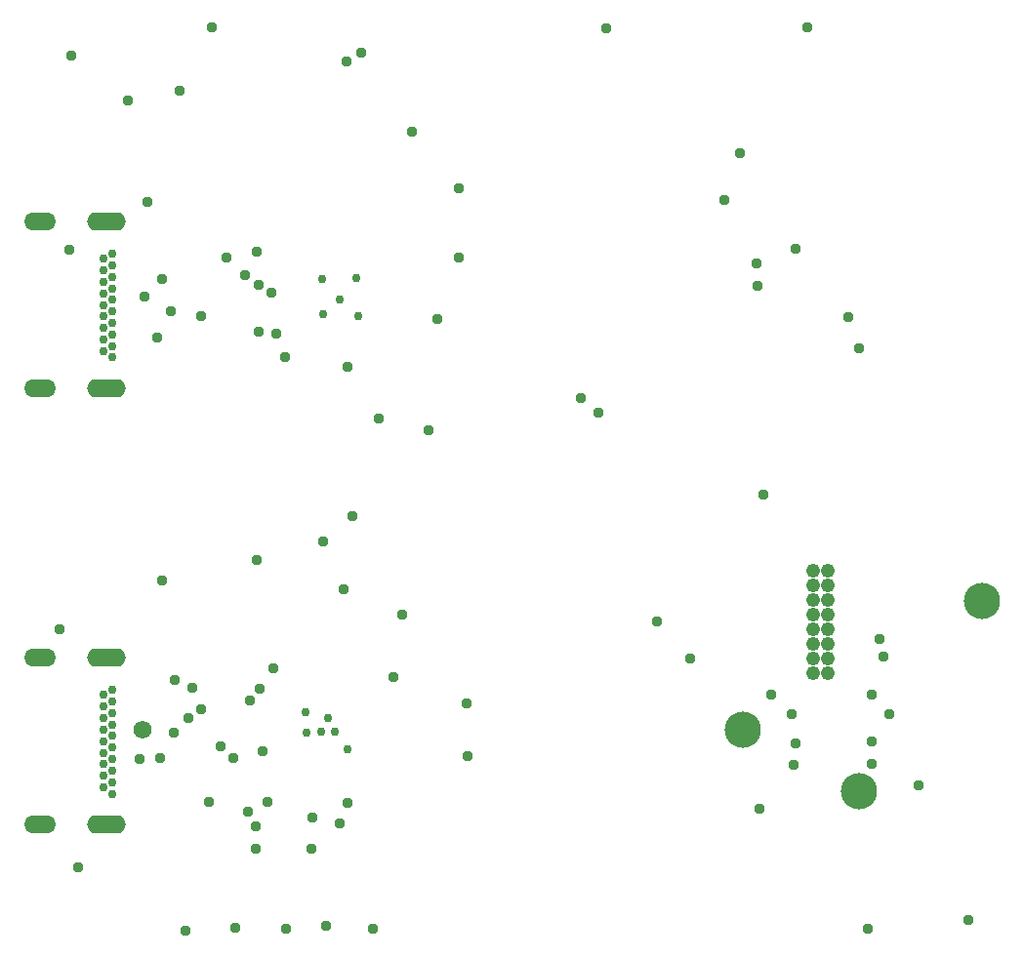
<source format=gbs>
G04 Layer_Color=16711935*
%FSLAX44Y44*%
%MOMM*%
G71*
G01*
G75*
%ADD54C,1.2192*%
%ADD55C,3.1496*%
%ADD56O,2.7508X1.5508*%
%ADD57O,3.3528X1.5748*%
%ADD58C,0.7508*%
%ADD59C,0.7508*%
%ADD60C,1.5748*%
%ADD61C,0.9508*%
D54*
X1369060Y698500D02*
D03*
Y685800D02*
D03*
Y673100D02*
D03*
Y660400D02*
D03*
Y647700D02*
D03*
Y635000D02*
D03*
Y622300D02*
D03*
Y609600D02*
D03*
X1381760Y698500D02*
D03*
Y685800D02*
D03*
Y673100D02*
D03*
Y660400D02*
D03*
Y647700D02*
D03*
Y635000D02*
D03*
Y622300D02*
D03*
Y609600D02*
D03*
D55*
X1515110Y672600D02*
D03*
X1408430Y506730D02*
D03*
X1308100Y560070D02*
D03*
D56*
X698500Y1001660D02*
D03*
Y856660D02*
D03*
X698500Y623050D02*
D03*
Y478050D02*
D03*
D57*
X755650Y1001660D02*
D03*
Y856660D02*
D03*
X755650Y623050D02*
D03*
Y478050D02*
D03*
D58*
X753110Y969160D02*
D03*
Y959160D02*
D03*
Y949160D02*
D03*
Y939160D02*
D03*
Y929160D02*
D03*
Y919160D02*
D03*
Y909160D02*
D03*
X761110Y973572D02*
D03*
X761110Y963572D02*
D03*
X761110Y953572D02*
D03*
Y943572D02*
D03*
X761110Y933572D02*
D03*
X761110Y923572D02*
D03*
Y913572D02*
D03*
X753110Y590550D02*
D03*
Y580550D02*
D03*
Y570550D02*
D03*
Y560550D02*
D03*
Y550550D02*
D03*
Y540550D02*
D03*
Y530550D02*
D03*
X761110Y594962D02*
D03*
X761110Y584962D02*
D03*
X761110Y574962D02*
D03*
Y564962D02*
D03*
Y554962D02*
D03*
Y544962D02*
D03*
Y534962D02*
D03*
D59*
X753110Y899160D02*
D03*
X753110Y889160D02*
D03*
X761110Y903572D02*
D03*
X761110Y893572D02*
D03*
Y883572D02*
D03*
X753110Y520550D02*
D03*
Y510550D02*
D03*
X761110Y524962D02*
D03*
Y514962D02*
D03*
Y504962D02*
D03*
X943354Y951230D02*
D03*
X974090Y919480D02*
D03*
X972820Y952500D02*
D03*
X943610Y920750D02*
D03*
X958124Y934175D02*
D03*
X928370Y575310D02*
D03*
X948420Y570500D02*
D03*
X942340Y558800D02*
D03*
X929640Y557530D02*
D03*
X965200Y543560D02*
D03*
X954405Y558530D02*
D03*
D60*
X787400Y560070D02*
D03*
D61*
X899160Y939800D02*
D03*
X887730Y946150D02*
D03*
X886460Y975360D02*
D03*
X723900Y976630D02*
D03*
X838200Y919480D02*
D03*
X784860Y534670D02*
D03*
X889000Y595630D02*
D03*
X815340Y603250D02*
D03*
X934720Y483870D02*
D03*
X854710Y546100D02*
D03*
X866140Y535940D02*
D03*
X878840Y488950D02*
D03*
X880110Y585470D02*
D03*
X844550Y497840D02*
D03*
X895350D02*
D03*
X890960Y541902D02*
D03*
X802640Y535940D02*
D03*
X814070Y557530D02*
D03*
X826770Y570230D02*
D03*
X838200Y577850D02*
D03*
X885190Y457200D02*
D03*
Y476250D02*
D03*
X900430Y613410D02*
D03*
X715010Y647700D02*
D03*
X731520Y440690D02*
D03*
X946150Y389890D02*
D03*
X1068070Y582930D02*
D03*
X1069340Y537210D02*
D03*
X1004570Y605790D02*
D03*
X958183Y479393D02*
D03*
X965200Y496570D02*
D03*
X1460500Y511810D02*
D03*
X886492Y707422D02*
D03*
X1430020Y623570D02*
D03*
X1426210Y638810D02*
D03*
X1325880Y764540D02*
D03*
X986790Y387350D02*
D03*
X1416050D02*
D03*
X911860D02*
D03*
X824230Y386080D02*
D03*
X867410Y388620D02*
D03*
X933450Y457200D02*
D03*
X1322057Y491477D02*
D03*
X811530Y923290D02*
D03*
X902970Y904240D02*
D03*
X887730Y905735D02*
D03*
X910590Y883920D02*
D03*
X859790Y970280D02*
D03*
X1351915Y530225D02*
D03*
X1419860Y530860D02*
D03*
X1353820Y548640D02*
D03*
X1419860Y549910D02*
D03*
X1332230Y590550D02*
D03*
X1419860D02*
D03*
X1350010Y574040D02*
D03*
X1435100D02*
D03*
X1182370Y835660D02*
D03*
X1167130Y848360D02*
D03*
X1262380Y622300D02*
D03*
X1233170Y654050D02*
D03*
X1353820Y977900D02*
D03*
X1319711Y965200D02*
D03*
X1320678Y946028D02*
D03*
X1399083Y918848D02*
D03*
X1408303Y891667D02*
D03*
X1503680Y394970D02*
D03*
X847090Y1169670D02*
D03*
X1189196Y1169194D02*
D03*
X800100Y900430D02*
D03*
X819150Y1114809D02*
D03*
X803910Y689610D02*
D03*
X725170Y1145540D02*
D03*
X774195Y1106935D02*
D03*
X791210Y1018540D02*
D03*
X961390Y681990D02*
D03*
X943610Y723900D02*
D03*
X1061720Y970280D02*
D03*
X1042670Y916940D02*
D03*
X1021080Y1079500D02*
D03*
X1012190Y660400D02*
D03*
X1061720Y1029970D02*
D03*
X1363980Y1169670D02*
D03*
X1305560Y1060450D02*
D03*
X1291590Y1019810D02*
D03*
X788670Y935990D02*
D03*
X803910Y951230D02*
D03*
X1035050Y820420D02*
D03*
X991870Y830580D02*
D03*
X965200Y875030D02*
D03*
X976630Y1148080D02*
D03*
X963930Y1140460D02*
D03*
X876300Y955040D02*
D03*
X830580Y596900D02*
D03*
X969010Y745490D02*
D03*
M02*

</source>
